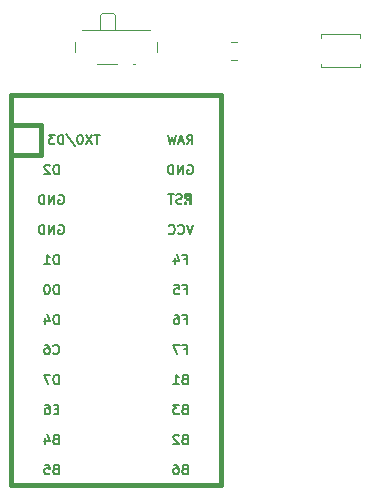
<source format=gbr>
%TF.GenerationSoftware,KiCad,Pcbnew,5.1.8*%
%TF.CreationDate,2021-02-04T11:53:21-06:00*%
%TF.ProjectId,small-paintbrush,736d616c-6c2d-4706-9169-6e7462727573,rev?*%
%TF.SameCoordinates,Original*%
%TF.FileFunction,Legend,Bot*%
%TF.FilePolarity,Positive*%
%FSLAX46Y46*%
G04 Gerber Fmt 4.6, Leading zero omitted, Abs format (unit mm)*
G04 Created by KiCad (PCBNEW 5.1.8) date 2021-02-04 11:53:21*
%MOMM*%
%LPD*%
G01*
G04 APERTURE LIST*
%ADD10C,0.381000*%
%ADD11C,0.150000*%
%ADD12C,0.120000*%
G04 APERTURE END LIST*
D10*
%TO.C,U1*%
X71150000Y-29760000D02*
X68610000Y-29760000D01*
X86390000Y-27220000D02*
X68610000Y-27220000D01*
X68610000Y-27220000D02*
X68610000Y-60240000D01*
X68610000Y-60240000D02*
X86390000Y-60240000D01*
X86390000Y-60240000D02*
X86390000Y-27220000D01*
D11*
G36*
X83344635Y-35649030D02*
G01*
X83344635Y-35749030D01*
X83844635Y-35749030D01*
X83844635Y-35649030D01*
X83344635Y-35649030D01*
G37*
X83344635Y-35649030D02*
X83344635Y-35749030D01*
X83844635Y-35749030D01*
X83844635Y-35649030D01*
X83344635Y-35649030D01*
G36*
X83344635Y-35649030D02*
G01*
X83344635Y-35949030D01*
X83444635Y-35949030D01*
X83444635Y-35649030D01*
X83344635Y-35649030D01*
G37*
X83344635Y-35649030D02*
X83344635Y-35949030D01*
X83444635Y-35949030D01*
X83444635Y-35649030D01*
X83344635Y-35649030D01*
G36*
X83344635Y-36249030D02*
G01*
X83344635Y-36449030D01*
X83444635Y-36449030D01*
X83444635Y-36249030D01*
X83344635Y-36249030D01*
G37*
X83344635Y-36249030D02*
X83344635Y-36449030D01*
X83444635Y-36449030D01*
X83444635Y-36249030D01*
X83344635Y-36249030D01*
G36*
X83744635Y-35649030D02*
G01*
X83744635Y-36449030D01*
X83844635Y-36449030D01*
X83844635Y-35649030D01*
X83744635Y-35649030D01*
G37*
X83744635Y-35649030D02*
X83744635Y-36449030D01*
X83844635Y-36449030D01*
X83844635Y-35649030D01*
X83744635Y-35649030D01*
G36*
X83544635Y-36049030D02*
G01*
X83544635Y-36149030D01*
X83644635Y-36149030D01*
X83644635Y-36049030D01*
X83544635Y-36049030D01*
G37*
X83544635Y-36049030D02*
X83544635Y-36149030D01*
X83644635Y-36149030D01*
X83644635Y-36049030D01*
X83544635Y-36049030D01*
D10*
X71150000Y-29760000D02*
X71150000Y-32300000D01*
X71150000Y-32300000D02*
X68610000Y-32300000D01*
D12*
%TO.C,R3*%
X87727064Y-24235000D02*
X87272936Y-24235000D01*
X87727064Y-22765000D02*
X87272936Y-22765000D01*
%TO.C,PUSH1*%
X98150000Y-24900000D02*
X98150000Y-24600000D01*
X94850000Y-24900000D02*
X98150000Y-24900000D01*
X94850000Y-24600000D02*
X94850000Y-24900000D01*
X98150000Y-22100000D02*
X98150000Y-22400000D01*
X94850000Y-22100000D02*
X98150000Y-22100000D01*
X94850000Y-22400000D02*
X94850000Y-22100000D01*
%TO.C,SW1*%
X80950000Y-22780000D02*
X80950000Y-23570000D01*
X74050000Y-23570000D02*
X74050000Y-22780000D01*
X75900000Y-24620000D02*
X77600000Y-24620000D01*
X74650000Y-21770000D02*
X80350000Y-21770000D01*
X77400000Y-20480000D02*
X77400000Y-21770000D01*
X76300000Y-20270000D02*
X77200000Y-20270000D01*
X76100000Y-21770000D02*
X76100000Y-20480000D01*
X77400000Y-20480000D02*
X77200000Y-20270000D01*
X76100000Y-20480000D02*
X76300000Y-20270000D01*
X78900000Y-24620000D02*
X79100000Y-24620000D01*
%TO.C,U1*%
D11*
X83073333Y-36413809D02*
X82959047Y-36451904D01*
X82768571Y-36451904D01*
X82692380Y-36413809D01*
X82654285Y-36375714D01*
X82616190Y-36299523D01*
X82616190Y-36223333D01*
X82654285Y-36147142D01*
X82692380Y-36109047D01*
X82768571Y-36070952D01*
X82920952Y-36032857D01*
X82997142Y-35994761D01*
X83035238Y-35956666D01*
X83073333Y-35880476D01*
X83073333Y-35804285D01*
X83035238Y-35728095D01*
X82997142Y-35690000D01*
X82920952Y-35651904D01*
X82730476Y-35651904D01*
X82616190Y-35690000D01*
X82387619Y-35651904D02*
X81930476Y-35651904D01*
X82159047Y-36451904D02*
X82159047Y-35651904D01*
X76118604Y-30591904D02*
X75661461Y-30591904D01*
X75890032Y-31391904D02*
X75890032Y-30591904D01*
X75470985Y-30591904D02*
X74937651Y-31391904D01*
X74937651Y-30591904D02*
X75470985Y-31391904D01*
X74480508Y-30591904D02*
X74404318Y-30591904D01*
X74328128Y-30630000D01*
X74290032Y-30668095D01*
X74251937Y-30744285D01*
X74213842Y-30896666D01*
X74213842Y-31087142D01*
X74251937Y-31239523D01*
X74290032Y-31315714D01*
X74328128Y-31353809D01*
X74404318Y-31391904D01*
X74480508Y-31391904D01*
X74556699Y-31353809D01*
X74594794Y-31315714D01*
X74632889Y-31239523D01*
X74670985Y-31087142D01*
X74670985Y-30896666D01*
X74632889Y-30744285D01*
X74594794Y-30668095D01*
X74556699Y-30630000D01*
X74480508Y-30591904D01*
X73299556Y-30553809D02*
X73985270Y-31582380D01*
X73032889Y-31391904D02*
X73032889Y-30591904D01*
X72842413Y-30591904D01*
X72728128Y-30630000D01*
X72651937Y-30706190D01*
X72613842Y-30782380D01*
X72575747Y-30934761D01*
X72575747Y-31049047D01*
X72613842Y-31201428D01*
X72651937Y-31277619D01*
X72728128Y-31353809D01*
X72842413Y-31391904D01*
X73032889Y-31391904D01*
X72309080Y-30591904D02*
X71813842Y-30591904D01*
X72080508Y-30896666D01*
X71966223Y-30896666D01*
X71890032Y-30934761D01*
X71851937Y-30972857D01*
X71813842Y-31049047D01*
X71813842Y-31239523D01*
X71851937Y-31315714D01*
X71890032Y-31353809D01*
X71966223Y-31391904D01*
X72194794Y-31391904D01*
X72270985Y-31353809D01*
X72309080Y-31315714D01*
X83284809Y-56372857D02*
X83170523Y-56410952D01*
X83132428Y-56449047D01*
X83094333Y-56525238D01*
X83094333Y-56639523D01*
X83132428Y-56715714D01*
X83170523Y-56753809D01*
X83246714Y-56791904D01*
X83551476Y-56791904D01*
X83551476Y-55991904D01*
X83284809Y-55991904D01*
X83208619Y-56030000D01*
X83170523Y-56068095D01*
X83132428Y-56144285D01*
X83132428Y-56220476D01*
X83170523Y-56296666D01*
X83208619Y-56334761D01*
X83284809Y-56372857D01*
X83551476Y-56372857D01*
X82789571Y-56068095D02*
X82751476Y-56030000D01*
X82675285Y-55991904D01*
X82484809Y-55991904D01*
X82408619Y-56030000D01*
X82370523Y-56068095D01*
X82332428Y-56144285D01*
X82332428Y-56220476D01*
X82370523Y-56334761D01*
X82827666Y-56791904D01*
X82332428Y-56791904D01*
X83227666Y-48752857D02*
X83494333Y-48752857D01*
X83494333Y-49171904D02*
X83494333Y-48371904D01*
X83113380Y-48371904D01*
X82884809Y-48371904D02*
X82351476Y-48371904D01*
X82694333Y-49171904D01*
X83227666Y-46212857D02*
X83494333Y-46212857D01*
X83494333Y-46631904D02*
X83494333Y-45831904D01*
X83113380Y-45831904D01*
X82465761Y-45831904D02*
X82618142Y-45831904D01*
X82694333Y-45870000D01*
X82732428Y-45908095D01*
X82808619Y-46022380D01*
X82846714Y-46174761D01*
X82846714Y-46479523D01*
X82808619Y-46555714D01*
X82770523Y-46593809D01*
X82694333Y-46631904D01*
X82541952Y-46631904D01*
X82465761Y-46593809D01*
X82427666Y-46555714D01*
X82389571Y-46479523D01*
X82389571Y-46289047D01*
X82427666Y-46212857D01*
X82465761Y-46174761D01*
X82541952Y-46136666D01*
X82694333Y-46136666D01*
X82770523Y-46174761D01*
X82808619Y-46212857D01*
X82846714Y-46289047D01*
X83227666Y-43672857D02*
X83494333Y-43672857D01*
X83494333Y-44091904D02*
X83494333Y-43291904D01*
X83113380Y-43291904D01*
X82427666Y-43291904D02*
X82808619Y-43291904D01*
X82846714Y-43672857D01*
X82808619Y-43634761D01*
X82732428Y-43596666D01*
X82541952Y-43596666D01*
X82465761Y-43634761D01*
X82427666Y-43672857D01*
X82389571Y-43749047D01*
X82389571Y-43939523D01*
X82427666Y-44015714D01*
X82465761Y-44053809D01*
X82541952Y-44091904D01*
X82732428Y-44091904D01*
X82808619Y-44053809D01*
X82846714Y-44015714D01*
X83513380Y-31391904D02*
X83780047Y-31010952D01*
X83970523Y-31391904D02*
X83970523Y-30591904D01*
X83665761Y-30591904D01*
X83589571Y-30630000D01*
X83551476Y-30668095D01*
X83513380Y-30744285D01*
X83513380Y-30858571D01*
X83551476Y-30934761D01*
X83589571Y-30972857D01*
X83665761Y-31010952D01*
X83970523Y-31010952D01*
X83208619Y-31163333D02*
X82827666Y-31163333D01*
X83284809Y-31391904D02*
X83018142Y-30591904D01*
X82751476Y-31391904D01*
X82561000Y-30591904D02*
X82370523Y-31391904D01*
X82218142Y-30820476D01*
X82065761Y-31391904D01*
X81875285Y-30591904D01*
X83570523Y-33170000D02*
X83646714Y-33131904D01*
X83761000Y-33131904D01*
X83875285Y-33170000D01*
X83951476Y-33246190D01*
X83989571Y-33322380D01*
X84027666Y-33474761D01*
X84027666Y-33589047D01*
X83989571Y-33741428D01*
X83951476Y-33817619D01*
X83875285Y-33893809D01*
X83761000Y-33931904D01*
X83684809Y-33931904D01*
X83570523Y-33893809D01*
X83532428Y-33855714D01*
X83532428Y-33589047D01*
X83684809Y-33589047D01*
X83189571Y-33931904D02*
X83189571Y-33131904D01*
X82732428Y-33931904D01*
X82732428Y-33131904D01*
X82351476Y-33931904D02*
X82351476Y-33131904D01*
X82161000Y-33131904D01*
X82046714Y-33170000D01*
X81970523Y-33246190D01*
X81932428Y-33322380D01*
X81894333Y-33474761D01*
X81894333Y-33589047D01*
X81932428Y-33741428D01*
X81970523Y-33817619D01*
X82046714Y-33893809D01*
X82161000Y-33931904D01*
X82351476Y-33931904D01*
X84027666Y-38211904D02*
X83761000Y-39011904D01*
X83494333Y-38211904D01*
X82770523Y-38935714D02*
X82808619Y-38973809D01*
X82922904Y-39011904D01*
X82999095Y-39011904D01*
X83113380Y-38973809D01*
X83189571Y-38897619D01*
X83227666Y-38821428D01*
X83265761Y-38669047D01*
X83265761Y-38554761D01*
X83227666Y-38402380D01*
X83189571Y-38326190D01*
X83113380Y-38250000D01*
X82999095Y-38211904D01*
X82922904Y-38211904D01*
X82808619Y-38250000D01*
X82770523Y-38288095D01*
X81970523Y-38935714D02*
X82008619Y-38973809D01*
X82122904Y-39011904D01*
X82199095Y-39011904D01*
X82313380Y-38973809D01*
X82389571Y-38897619D01*
X82427666Y-38821428D01*
X82465761Y-38669047D01*
X82465761Y-38554761D01*
X82427666Y-38402380D01*
X82389571Y-38326190D01*
X82313380Y-38250000D01*
X82199095Y-38211904D01*
X82122904Y-38211904D01*
X82008619Y-38250000D01*
X81970523Y-38288095D01*
X83227666Y-41132857D02*
X83494333Y-41132857D01*
X83494333Y-41551904D02*
X83494333Y-40751904D01*
X83113380Y-40751904D01*
X82465761Y-41018571D02*
X82465761Y-41551904D01*
X82656238Y-40713809D02*
X82846714Y-41285238D01*
X82351476Y-41285238D01*
X83284809Y-51292857D02*
X83170523Y-51330952D01*
X83132428Y-51369047D01*
X83094333Y-51445238D01*
X83094333Y-51559523D01*
X83132428Y-51635714D01*
X83170523Y-51673809D01*
X83246714Y-51711904D01*
X83551476Y-51711904D01*
X83551476Y-50911904D01*
X83284809Y-50911904D01*
X83208619Y-50950000D01*
X83170523Y-50988095D01*
X83132428Y-51064285D01*
X83132428Y-51140476D01*
X83170523Y-51216666D01*
X83208619Y-51254761D01*
X83284809Y-51292857D01*
X83551476Y-51292857D01*
X82332428Y-51711904D02*
X82789571Y-51711904D01*
X82561000Y-51711904D02*
X82561000Y-50911904D01*
X82637190Y-51026190D01*
X82713380Y-51102380D01*
X82789571Y-51140476D01*
X83284809Y-53832857D02*
X83170523Y-53870952D01*
X83132428Y-53909047D01*
X83094333Y-53985238D01*
X83094333Y-54099523D01*
X83132428Y-54175714D01*
X83170523Y-54213809D01*
X83246714Y-54251904D01*
X83551476Y-54251904D01*
X83551476Y-53451904D01*
X83284809Y-53451904D01*
X83208619Y-53490000D01*
X83170523Y-53528095D01*
X83132428Y-53604285D01*
X83132428Y-53680476D01*
X83170523Y-53756666D01*
X83208619Y-53794761D01*
X83284809Y-53832857D01*
X83551476Y-53832857D01*
X82827666Y-53451904D02*
X82332428Y-53451904D01*
X82599095Y-53756666D01*
X82484809Y-53756666D01*
X82408619Y-53794761D01*
X82370523Y-53832857D01*
X82332428Y-53909047D01*
X82332428Y-54099523D01*
X82370523Y-54175714D01*
X82408619Y-54213809D01*
X82484809Y-54251904D01*
X82713380Y-54251904D01*
X82789571Y-54213809D01*
X82827666Y-54175714D01*
X83284809Y-58912857D02*
X83170523Y-58950952D01*
X83132428Y-58989047D01*
X83094333Y-59065238D01*
X83094333Y-59179523D01*
X83132428Y-59255714D01*
X83170523Y-59293809D01*
X83246714Y-59331904D01*
X83551476Y-59331904D01*
X83551476Y-58531904D01*
X83284809Y-58531904D01*
X83208619Y-58570000D01*
X83170523Y-58608095D01*
X83132428Y-58684285D01*
X83132428Y-58760476D01*
X83170523Y-58836666D01*
X83208619Y-58874761D01*
X83284809Y-58912857D01*
X83551476Y-58912857D01*
X82408619Y-58531904D02*
X82561000Y-58531904D01*
X82637190Y-58570000D01*
X82675285Y-58608095D01*
X82751476Y-58722380D01*
X82789571Y-58874761D01*
X82789571Y-59179523D01*
X82751476Y-59255714D01*
X82713380Y-59293809D01*
X82637190Y-59331904D01*
X82484809Y-59331904D01*
X82408619Y-59293809D01*
X82370523Y-59255714D01*
X82332428Y-59179523D01*
X82332428Y-58989047D01*
X82370523Y-58912857D01*
X82408619Y-58874761D01*
X82484809Y-58836666D01*
X82637190Y-58836666D01*
X82713380Y-58874761D01*
X82751476Y-58912857D01*
X82789571Y-58989047D01*
X72362809Y-58912857D02*
X72248523Y-58950952D01*
X72210428Y-58989047D01*
X72172333Y-59065238D01*
X72172333Y-59179523D01*
X72210428Y-59255714D01*
X72248523Y-59293809D01*
X72324714Y-59331904D01*
X72629476Y-59331904D01*
X72629476Y-58531904D01*
X72362809Y-58531904D01*
X72286619Y-58570000D01*
X72248523Y-58608095D01*
X72210428Y-58684285D01*
X72210428Y-58760476D01*
X72248523Y-58836666D01*
X72286619Y-58874761D01*
X72362809Y-58912857D01*
X72629476Y-58912857D01*
X71448523Y-58531904D02*
X71829476Y-58531904D01*
X71867571Y-58912857D01*
X71829476Y-58874761D01*
X71753285Y-58836666D01*
X71562809Y-58836666D01*
X71486619Y-58874761D01*
X71448523Y-58912857D01*
X71410428Y-58989047D01*
X71410428Y-59179523D01*
X71448523Y-59255714D01*
X71486619Y-59293809D01*
X71562809Y-59331904D01*
X71753285Y-59331904D01*
X71829476Y-59293809D01*
X71867571Y-59255714D01*
X72362809Y-56372857D02*
X72248523Y-56410952D01*
X72210428Y-56449047D01*
X72172333Y-56525238D01*
X72172333Y-56639523D01*
X72210428Y-56715714D01*
X72248523Y-56753809D01*
X72324714Y-56791904D01*
X72629476Y-56791904D01*
X72629476Y-55991904D01*
X72362809Y-55991904D01*
X72286619Y-56030000D01*
X72248523Y-56068095D01*
X72210428Y-56144285D01*
X72210428Y-56220476D01*
X72248523Y-56296666D01*
X72286619Y-56334761D01*
X72362809Y-56372857D01*
X72629476Y-56372857D01*
X71486619Y-56258571D02*
X71486619Y-56791904D01*
X71677095Y-55953809D02*
X71867571Y-56525238D01*
X71372333Y-56525238D01*
X72591380Y-53832857D02*
X72324714Y-53832857D01*
X72210428Y-54251904D02*
X72591380Y-54251904D01*
X72591380Y-53451904D01*
X72210428Y-53451904D01*
X71524714Y-53451904D02*
X71677095Y-53451904D01*
X71753285Y-53490000D01*
X71791380Y-53528095D01*
X71867571Y-53642380D01*
X71905666Y-53794761D01*
X71905666Y-54099523D01*
X71867571Y-54175714D01*
X71829476Y-54213809D01*
X71753285Y-54251904D01*
X71600904Y-54251904D01*
X71524714Y-54213809D01*
X71486619Y-54175714D01*
X71448523Y-54099523D01*
X71448523Y-53909047D01*
X71486619Y-53832857D01*
X71524714Y-53794761D01*
X71600904Y-53756666D01*
X71753285Y-53756666D01*
X71829476Y-53794761D01*
X71867571Y-53832857D01*
X71905666Y-53909047D01*
X72629476Y-51711904D02*
X72629476Y-50911904D01*
X72439000Y-50911904D01*
X72324714Y-50950000D01*
X72248523Y-51026190D01*
X72210428Y-51102380D01*
X72172333Y-51254761D01*
X72172333Y-51369047D01*
X72210428Y-51521428D01*
X72248523Y-51597619D01*
X72324714Y-51673809D01*
X72439000Y-51711904D01*
X72629476Y-51711904D01*
X71905666Y-50911904D02*
X71372333Y-50911904D01*
X71715190Y-51711904D01*
X72172333Y-49095714D02*
X72210428Y-49133809D01*
X72324714Y-49171904D01*
X72400904Y-49171904D01*
X72515190Y-49133809D01*
X72591380Y-49057619D01*
X72629476Y-48981428D01*
X72667571Y-48829047D01*
X72667571Y-48714761D01*
X72629476Y-48562380D01*
X72591380Y-48486190D01*
X72515190Y-48410000D01*
X72400904Y-48371904D01*
X72324714Y-48371904D01*
X72210428Y-48410000D01*
X72172333Y-48448095D01*
X71486619Y-48371904D02*
X71639000Y-48371904D01*
X71715190Y-48410000D01*
X71753285Y-48448095D01*
X71829476Y-48562380D01*
X71867571Y-48714761D01*
X71867571Y-49019523D01*
X71829476Y-49095714D01*
X71791380Y-49133809D01*
X71715190Y-49171904D01*
X71562809Y-49171904D01*
X71486619Y-49133809D01*
X71448523Y-49095714D01*
X71410428Y-49019523D01*
X71410428Y-48829047D01*
X71448523Y-48752857D01*
X71486619Y-48714761D01*
X71562809Y-48676666D01*
X71715190Y-48676666D01*
X71791380Y-48714761D01*
X71829476Y-48752857D01*
X71867571Y-48829047D01*
X72629476Y-46631904D02*
X72629476Y-45831904D01*
X72439000Y-45831904D01*
X72324714Y-45870000D01*
X72248523Y-45946190D01*
X72210428Y-46022380D01*
X72172333Y-46174761D01*
X72172333Y-46289047D01*
X72210428Y-46441428D01*
X72248523Y-46517619D01*
X72324714Y-46593809D01*
X72439000Y-46631904D01*
X72629476Y-46631904D01*
X71486619Y-46098571D02*
X71486619Y-46631904D01*
X71677095Y-45793809D02*
X71867571Y-46365238D01*
X71372333Y-46365238D01*
X72648523Y-35710000D02*
X72724714Y-35671904D01*
X72839000Y-35671904D01*
X72953285Y-35710000D01*
X73029476Y-35786190D01*
X73067571Y-35862380D01*
X73105666Y-36014761D01*
X73105666Y-36129047D01*
X73067571Y-36281428D01*
X73029476Y-36357619D01*
X72953285Y-36433809D01*
X72839000Y-36471904D01*
X72762809Y-36471904D01*
X72648523Y-36433809D01*
X72610428Y-36395714D01*
X72610428Y-36129047D01*
X72762809Y-36129047D01*
X72267571Y-36471904D02*
X72267571Y-35671904D01*
X71810428Y-36471904D01*
X71810428Y-35671904D01*
X71429476Y-36471904D02*
X71429476Y-35671904D01*
X71239000Y-35671904D01*
X71124714Y-35710000D01*
X71048523Y-35786190D01*
X71010428Y-35862380D01*
X70972333Y-36014761D01*
X70972333Y-36129047D01*
X71010428Y-36281428D01*
X71048523Y-36357619D01*
X71124714Y-36433809D01*
X71239000Y-36471904D01*
X71429476Y-36471904D01*
X72648523Y-38250000D02*
X72724714Y-38211904D01*
X72839000Y-38211904D01*
X72953285Y-38250000D01*
X73029476Y-38326190D01*
X73067571Y-38402380D01*
X73105666Y-38554761D01*
X73105666Y-38669047D01*
X73067571Y-38821428D01*
X73029476Y-38897619D01*
X72953285Y-38973809D01*
X72839000Y-39011904D01*
X72762809Y-39011904D01*
X72648523Y-38973809D01*
X72610428Y-38935714D01*
X72610428Y-38669047D01*
X72762809Y-38669047D01*
X72267571Y-39011904D02*
X72267571Y-38211904D01*
X71810428Y-39011904D01*
X71810428Y-38211904D01*
X71429476Y-39011904D02*
X71429476Y-38211904D01*
X71239000Y-38211904D01*
X71124714Y-38250000D01*
X71048523Y-38326190D01*
X71010428Y-38402380D01*
X70972333Y-38554761D01*
X70972333Y-38669047D01*
X71010428Y-38821428D01*
X71048523Y-38897619D01*
X71124714Y-38973809D01*
X71239000Y-39011904D01*
X71429476Y-39011904D01*
X72629476Y-41551904D02*
X72629476Y-40751904D01*
X72439000Y-40751904D01*
X72324714Y-40790000D01*
X72248523Y-40866190D01*
X72210428Y-40942380D01*
X72172333Y-41094761D01*
X72172333Y-41209047D01*
X72210428Y-41361428D01*
X72248523Y-41437619D01*
X72324714Y-41513809D01*
X72439000Y-41551904D01*
X72629476Y-41551904D01*
X71410428Y-41551904D02*
X71867571Y-41551904D01*
X71639000Y-41551904D02*
X71639000Y-40751904D01*
X71715190Y-40866190D01*
X71791380Y-40942380D01*
X71867571Y-40980476D01*
X72629476Y-44091904D02*
X72629476Y-43291904D01*
X72439000Y-43291904D01*
X72324714Y-43330000D01*
X72248523Y-43406190D01*
X72210428Y-43482380D01*
X72172333Y-43634761D01*
X72172333Y-43749047D01*
X72210428Y-43901428D01*
X72248523Y-43977619D01*
X72324714Y-44053809D01*
X72439000Y-44091904D01*
X72629476Y-44091904D01*
X71677095Y-43291904D02*
X71600904Y-43291904D01*
X71524714Y-43330000D01*
X71486619Y-43368095D01*
X71448523Y-43444285D01*
X71410428Y-43596666D01*
X71410428Y-43787142D01*
X71448523Y-43939523D01*
X71486619Y-44015714D01*
X71524714Y-44053809D01*
X71600904Y-44091904D01*
X71677095Y-44091904D01*
X71753285Y-44053809D01*
X71791380Y-44015714D01*
X71829476Y-43939523D01*
X71867571Y-43787142D01*
X71867571Y-43596666D01*
X71829476Y-43444285D01*
X71791380Y-43368095D01*
X71753285Y-43330000D01*
X71677095Y-43291904D01*
X72629476Y-33931904D02*
X72629476Y-33131904D01*
X72439000Y-33131904D01*
X72324714Y-33170000D01*
X72248523Y-33246190D01*
X72210428Y-33322380D01*
X72172333Y-33474761D01*
X72172333Y-33589047D01*
X72210428Y-33741428D01*
X72248523Y-33817619D01*
X72324714Y-33893809D01*
X72439000Y-33931904D01*
X72629476Y-33931904D01*
X71867571Y-33208095D02*
X71829476Y-33170000D01*
X71753285Y-33131904D01*
X71562809Y-33131904D01*
X71486619Y-33170000D01*
X71448523Y-33208095D01*
X71410428Y-33284285D01*
X71410428Y-33360476D01*
X71448523Y-33474761D01*
X71905666Y-33931904D01*
X71410428Y-33931904D01*
%TD*%
M02*

</source>
